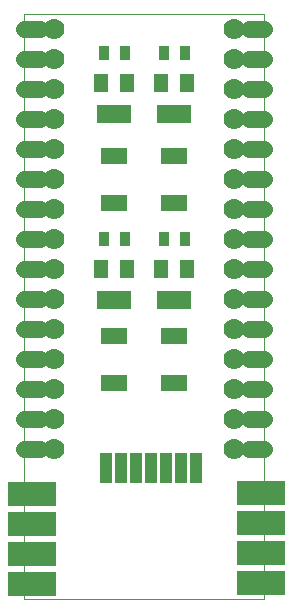
<source format=gts>
G75*
%MOIN*%
%OFA0B0*%
%FSLAX25Y25*%
%IPPOS*%
%LPD*%
%AMOC8*
5,1,8,0,0,1.08239X$1,22.5*
%
%ADD10C,0.00000*%
%ADD11R,0.08668X0.05400*%
%ADD12C,0.07000*%
%ADD13R,0.11424X0.05912*%
%ADD14R,0.05124X0.05912*%
%ADD15R,0.03550X0.05124*%
%ADD16R,0.16400X0.08400*%
%ADD17R,0.03943X0.10243*%
%ADD18C,0.05550*%
D10*
X0006800Y0027970D02*
X0006800Y0222970D01*
X0086800Y0222970D01*
X0086800Y0027970D01*
X0006800Y0027970D01*
D11*
X0036800Y0100175D03*
X0036800Y0115766D03*
X0036800Y0160175D03*
X0036800Y0175766D03*
X0056800Y0175766D03*
X0056800Y0160175D03*
X0056800Y0115766D03*
X0056800Y0100175D03*
D12*
X0076800Y0097970D03*
X0076800Y0107970D03*
X0076800Y0117970D03*
X0076800Y0127970D03*
X0076800Y0137970D03*
X0076800Y0147970D03*
X0076800Y0157970D03*
X0076800Y0167970D03*
X0076800Y0177970D03*
X0076800Y0187970D03*
X0076800Y0197970D03*
X0076800Y0207970D03*
X0076800Y0217970D03*
X0076800Y0087970D03*
X0076800Y0077970D03*
X0016800Y0077970D03*
X0016800Y0087970D03*
X0016800Y0097970D03*
X0016800Y0107970D03*
X0016800Y0117970D03*
X0016800Y0127970D03*
X0016800Y0137970D03*
X0016800Y0147970D03*
X0016800Y0157970D03*
X0016800Y0167970D03*
X0016800Y0177970D03*
X0016800Y0187970D03*
X0016800Y0197970D03*
X0016800Y0207970D03*
X0016800Y0217970D03*
D13*
X0036800Y0189852D03*
X0056800Y0189852D03*
X0056800Y0127852D03*
X0036800Y0127852D03*
D14*
X0032469Y0138089D03*
X0041131Y0138089D03*
X0052469Y0138089D03*
X0061131Y0138089D03*
X0061131Y0200089D03*
X0052469Y0200089D03*
X0041131Y0200089D03*
X0032469Y0200089D03*
D15*
X0033257Y0209970D03*
X0040343Y0209970D03*
X0053257Y0209970D03*
X0060343Y0209970D03*
X0060343Y0147970D03*
X0053257Y0147970D03*
X0040343Y0147970D03*
X0033257Y0147970D03*
D16*
X0009200Y0062970D03*
X0009200Y0052970D03*
X0009200Y0042970D03*
X0009200Y0032970D03*
X0085600Y0033370D03*
X0085600Y0043370D03*
X0085600Y0053370D03*
X0085600Y0063370D03*
D17*
X0063902Y0071722D03*
X0058902Y0071722D03*
X0053902Y0071722D03*
X0048902Y0071722D03*
X0043902Y0071722D03*
X0038902Y0071722D03*
X0033902Y0071722D03*
D18*
X0011950Y0077970D02*
X0006800Y0077970D01*
X0006800Y0087970D02*
X0011950Y0087970D01*
X0011950Y0097970D02*
X0006800Y0097970D01*
X0006800Y0107970D02*
X0011950Y0107970D01*
X0011950Y0117970D02*
X0006800Y0117970D01*
X0006800Y0127970D02*
X0011950Y0127970D01*
X0011950Y0137970D02*
X0006800Y0137970D01*
X0006800Y0147970D02*
X0011950Y0147970D01*
X0011950Y0157970D02*
X0006800Y0157970D01*
X0006800Y0167970D02*
X0011950Y0167970D01*
X0011950Y0177970D02*
X0006800Y0177970D01*
X0006800Y0187970D02*
X0011950Y0187970D01*
X0011950Y0197970D02*
X0006800Y0197970D01*
X0006800Y0207970D02*
X0011950Y0207970D01*
X0011950Y0217970D02*
X0006800Y0217970D01*
X0081650Y0217970D02*
X0086800Y0217970D01*
X0086800Y0207970D02*
X0081650Y0207970D01*
X0081650Y0197970D02*
X0086800Y0197970D01*
X0086800Y0187970D02*
X0081650Y0187970D01*
X0081650Y0177970D02*
X0086800Y0177970D01*
X0086800Y0167970D02*
X0081650Y0167970D01*
X0081650Y0157970D02*
X0086800Y0157970D01*
X0086800Y0147970D02*
X0081650Y0147970D01*
X0081650Y0137970D02*
X0086800Y0137970D01*
X0086800Y0127970D02*
X0081650Y0127970D01*
X0081650Y0117970D02*
X0086800Y0117970D01*
X0086800Y0107970D02*
X0081650Y0107970D01*
X0081650Y0097970D02*
X0086800Y0097970D01*
X0086800Y0087970D02*
X0081650Y0087970D01*
X0081650Y0077970D02*
X0086800Y0077970D01*
M02*

</source>
